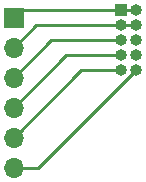
<source format=gbr>
G04 #@! TF.GenerationSoftware,KiCad,Pcbnew,5.0.2+dfsg1-1*
G04 #@! TF.CreationDate,2019-11-13T21:35:25-05:00*
G04 #@! TF.ProjectId,pms7003-conn,706d7337-3030-4332-9d63-6f6e6e2e6b69,rev?*
G04 #@! TF.SameCoordinates,Original*
G04 #@! TF.FileFunction,Copper,L1,Top*
G04 #@! TF.FilePolarity,Positive*
%FSLAX46Y46*%
G04 Gerber Fmt 4.6, Leading zero omitted, Abs format (unit mm)*
G04 Created by KiCad (PCBNEW 5.0.2+dfsg1-1) date Wed 13 Nov 2019 09:35:25 PM EST*
%MOMM*%
%LPD*%
G01*
G04 APERTURE LIST*
G04 #@! TA.AperFunction,ComponentPad*
%ADD10R,1.000000X1.000000*%
G04 #@! TD*
G04 #@! TA.AperFunction,ComponentPad*
%ADD11O,1.000000X1.000000*%
G04 #@! TD*
G04 #@! TA.AperFunction,ComponentPad*
%ADD12O,1.700000X1.700000*%
G04 #@! TD*
G04 #@! TA.AperFunction,ComponentPad*
%ADD13R,1.700000X1.700000*%
G04 #@! TD*
G04 #@! TA.AperFunction,Conductor*
%ADD14C,0.250000*%
G04 #@! TD*
G04 APERTURE END LIST*
D10*
G04 #@! TO.P,J1,1*
G04 #@! TO.N,Net-(J1-Pad1)*
X155060000Y-40390000D03*
D11*
G04 #@! TO.P,J1,2*
X156330000Y-40390000D03*
G04 #@! TO.P,J1,3*
G04 #@! TO.N,Net-(J1-Pad3)*
X155060000Y-41660000D03*
G04 #@! TO.P,J1,4*
X156330000Y-41660000D03*
G04 #@! TO.P,J1,5*
G04 #@! TO.N,Net-(J1-Pad5)*
X155060000Y-42930000D03*
G04 #@! TO.P,J1,6*
G04 #@! TO.N,N/C*
X156330000Y-42930000D03*
G04 #@! TO.P,J1,7*
G04 #@! TO.N,Net-(J1-Pad7)*
X155060000Y-44200000D03*
G04 #@! TO.P,J1,8*
G04 #@! TO.N,N/C*
X156330000Y-44200000D03*
G04 #@! TO.P,J1,9*
G04 #@! TO.N,Net-(J1-Pad9)*
X155060000Y-45470000D03*
G04 #@! TO.P,J1,10*
G04 #@! TO.N,Net-(J1-Pad10)*
X156330000Y-45470000D03*
G04 #@! TD*
D12*
G04 #@! TO.P,J2,6*
G04 #@! TO.N,Net-(J1-Pad10)*
X145920000Y-53750000D03*
G04 #@! TO.P,J2,5*
G04 #@! TO.N,Net-(J1-Pad9)*
X145920000Y-51210000D03*
G04 #@! TO.P,J2,4*
G04 #@! TO.N,Net-(J1-Pad7)*
X145920000Y-48670000D03*
G04 #@! TO.P,J2,3*
G04 #@! TO.N,Net-(J1-Pad5)*
X145920000Y-46130000D03*
G04 #@! TO.P,J2,2*
G04 #@! TO.N,Net-(J1-Pad3)*
X145920000Y-43590000D03*
D13*
G04 #@! TO.P,J2,1*
G04 #@! TO.N,Net-(J1-Pad1)*
X145920000Y-41050000D03*
G04 #@! TD*
D14*
G04 #@! TO.N,Net-(J1-Pad1)*
X156420000Y-40410000D02*
X155150000Y-40410000D01*
X146580000Y-40390000D02*
X145920000Y-41050000D01*
X155060000Y-40390000D02*
X146580000Y-40390000D01*
G04 #@! TO.N,Net-(J1-Pad3)*
X156420000Y-41680000D02*
X155150000Y-41680000D01*
X147850000Y-41660000D02*
X145920000Y-43590000D01*
X155060000Y-41660000D02*
X147850000Y-41660000D01*
G04 #@! TO.N,Net-(J1-Pad5)*
X149120000Y-42930000D02*
X145920000Y-46130000D01*
X155060000Y-42930000D02*
X149120000Y-42930000D01*
G04 #@! TO.N,Net-(J1-Pad7)*
X150390000Y-44200000D02*
X145920000Y-48670000D01*
X155060000Y-44200000D02*
X150390000Y-44200000D01*
G04 #@! TO.N,Net-(J1-Pad9)*
X151660000Y-45470000D02*
X145920000Y-51210000D01*
X155060000Y-45470000D02*
X151660000Y-45470000D01*
G04 #@! TO.N,Net-(J1-Pad10)*
X156281002Y-45470000D02*
X148001002Y-53750000D01*
X147122081Y-53750000D02*
X145920000Y-53750000D01*
X148001002Y-53750000D02*
X147122081Y-53750000D01*
X156330000Y-45470000D02*
X156281002Y-45470000D01*
G04 #@! TD*
M02*

</source>
